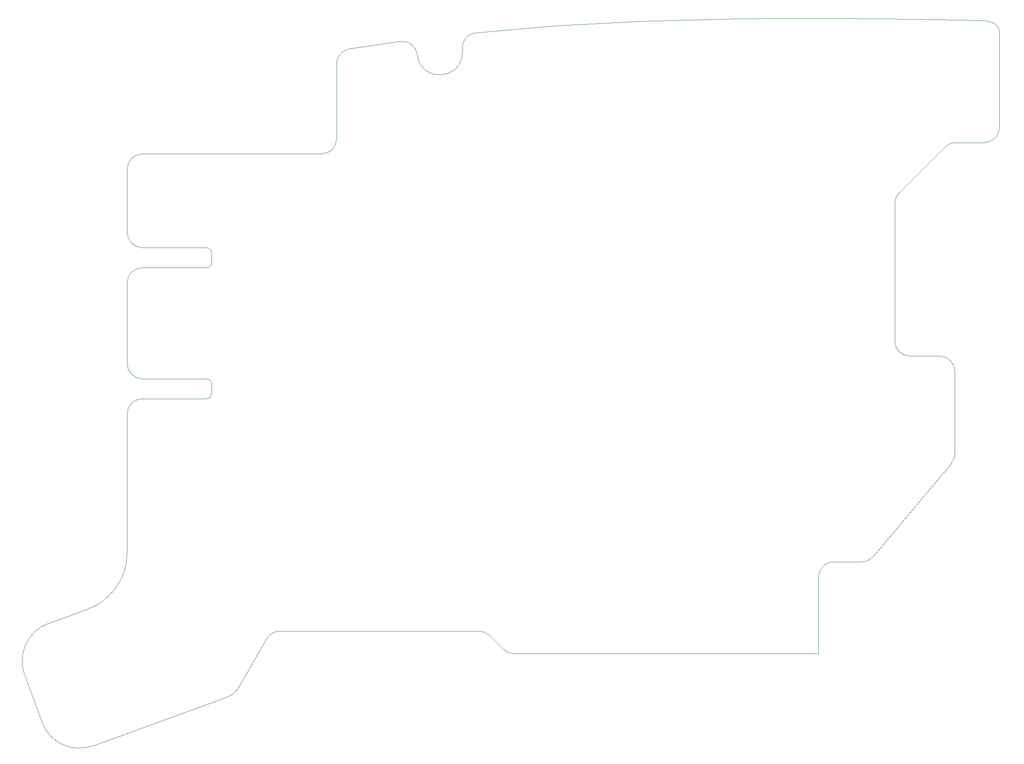
<source format=gm1>
G04 #@! TF.GenerationSoftware,KiCad,Pcbnew,5.1.9-73d0e3b20d~88~ubuntu20.04.1*
G04 #@! TF.CreationDate,2021-01-19T00:06:27+03:00*
G04 #@! TF.ProjectId,jeaex-right,6a656165-782d-4726-9967-68742e6b6963,rev?*
G04 #@! TF.SameCoordinates,Original*
G04 #@! TF.FileFunction,Profile,NP*
%FSLAX46Y46*%
G04 Gerber Fmt 4.6, Leading zero omitted, Abs format (unit mm)*
G04 Created by KiCad (PCBNEW 5.1.9-73d0e3b20d~88~ubuntu20.04.1) date 2021-01-19 00:06:27*
%MOMM*%
%LPD*%
G01*
G04 APERTURE LIST*
G04 #@! TA.AperFunction,Profile*
%ADD10C,0.050000*%
G04 #@! TD*
G04 APERTURE END LIST*
D10*
X186926407Y-78120752D02*
G75*
G02*
X189628486Y-75135581I3000001J0D01*
G01*
X198225724Y-74353082D02*
X189628495Y-75135583D01*
X202987748Y-73982202D02*
X198225724Y-74353082D01*
X207852006Y-73646875D02*
X202987748Y-73982202D01*
X212724137Y-73353082D02*
X207852006Y-73646875D01*
X222395280Y-72886377D02*
X212724137Y-73353082D01*
X232090226Y-72560266D02*
X222395280Y-72886377D01*
X241799333Y-72359521D02*
X232090226Y-72560266D01*
X250904191Y-72271051D02*
X241799333Y-72359521D01*
X260001359Y-72265161D02*
X250904191Y-72271051D01*
X270089372Y-72338006D02*
X260001359Y-72265161D01*
X276798234Y-72423059D02*
X270089372Y-72338006D01*
X290169572Y-72651208D02*
X276798234Y-72423059D01*
X186926408Y-78120752D02*
X186926408Y-79019952D01*
X113351168Y-217274400D02*
G75*
G02*
X103097467Y-212493022I-2736161J7517540D01*
G01*
X103097459Y-212493005D02*
X99695268Y-203145624D01*
X104476640Y-192891931D02*
X112258683Y-190059503D01*
X99695274Y-203145610D02*
G75*
G02*
X104476654Y-192891907I7517541J2736162D01*
G01*
X257900468Y-183625482D02*
X257900468Y-198950494D01*
X257900468Y-183625482D02*
G75*
G02*
X260900468Y-180625482I3000000J0D01*
G01*
X266501542Y-180625482D02*
X260900468Y-180625482D01*
X268799675Y-179553845D02*
G75*
G02*
X266501542Y-180625482I-2298133J1928363D01*
G01*
X284348588Y-161023370D02*
X268799699Y-179553857D01*
X285050432Y-159094995D02*
G75*
G02*
X284348565Y-161023358I-3000001J0D01*
G01*
X285050431Y-142600488D02*
X285050431Y-159094995D01*
X282050431Y-139600488D02*
G75*
G02*
X285050431Y-142600488I0J-3000000D01*
G01*
X276100480Y-139600488D02*
X282050431Y-139600488D01*
X276100480Y-139600488D02*
G75*
G02*
X273100480Y-136600488I0J3000000D01*
G01*
X273100480Y-109143915D02*
X273100480Y-136600488D01*
X273100480Y-109143914D02*
G75*
G02*
X273979160Y-107022594I3000000J-1D01*
G01*
X283103105Y-97898645D02*
X273979142Y-107022607D01*
X283103123Y-97898632D02*
G75*
G02*
X285224443Y-97019952I2121320J-2121320D01*
G01*
X290981767Y-97019952D02*
X285224443Y-97019952D01*
X293981767Y-94019952D02*
G75*
G02*
X290981767Y-97019952I-3000000J0D01*
G01*
X293981767Y-75041925D02*
X293981767Y-94019952D01*
X292756325Y-73198000D02*
G75*
G02*
X293981767Y-75041925I-774558J-1843925D01*
G01*
X290169605Y-72651215D02*
G75*
G02*
X292756355Y-73198018I-133151J-7021844D01*
G01*
X186926407Y-79019952D02*
G75*
G02*
X177954546Y-79522391I-4499999J0D01*
G01*
X174576871Y-76883669D02*
G75*
G02*
X177954586Y-79522395I396473J-2973686D01*
G01*
X164407508Y-78364201D02*
G75*
G02*
X174576844Y-76883677I66635843J-422038898D01*
G01*
X161875444Y-81327477D02*
G75*
G02*
X164407570Y-78364187I3000000J-1D01*
G01*
X161875444Y-96300500D02*
X161875444Y-81327478D01*
X161875444Y-96300500D02*
G75*
G02*
X158875444Y-99300500I-3000000J0D01*
G01*
X123154435Y-99300500D02*
X158875444Y-99300500D01*
X120154435Y-102300500D02*
G75*
G02*
X123154435Y-99300500I3000000J0D01*
G01*
X120154435Y-114985620D02*
X120154435Y-102300500D01*
X123154435Y-117985620D02*
G75*
G02*
X120154435Y-114985620I0J3000000D01*
G01*
X123154435Y-117985620D02*
X135954423Y-117985620D01*
X135954423Y-117985620D02*
G75*
G02*
X136954423Y-118985620I0J-1000000D01*
G01*
X136954423Y-120985620D02*
X136954423Y-118985620D01*
X136954423Y-120985620D02*
G75*
G02*
X135954423Y-121985620I-1000000J0D01*
G01*
X135954423Y-121985620D02*
X123154435Y-121985620D01*
X120154435Y-124985620D02*
G75*
G02*
X123154435Y-121985620I3000000J0D01*
G01*
X120154435Y-141112024D02*
X120154435Y-124985620D01*
X123154435Y-144112024D02*
G75*
G02*
X120154435Y-141112024I0J3000000D01*
G01*
X123154435Y-144112024D02*
X135954423Y-144112024D01*
X135954423Y-144112024D02*
G75*
G02*
X136954423Y-145112024I0J-1000000D01*
G01*
X136954423Y-147112024D02*
X136954423Y-145112024D01*
X136954423Y-147112024D02*
G75*
G02*
X135954423Y-148112024I-1000000J0D01*
G01*
X135954423Y-148112024D02*
X123154435Y-148112024D01*
X120154435Y-151112024D02*
G75*
G02*
X123154435Y-148112024I3000000J0D01*
G01*
X120154435Y-178783197D02*
X120154435Y-151112024D01*
X120154435Y-178783197D02*
G75*
G02*
X112258677Y-190059508I-12000000J0D01*
G01*
X140515885Y-207387231D02*
X113351152Y-217274377D01*
X142087899Y-206068170D02*
G75*
G02*
X140515884Y-207387248I-2598076J1500000D01*
G01*
X147929338Y-195950494D02*
X142087907Y-206068170D01*
X147929345Y-195950494D02*
G75*
G02*
X150527421Y-194450494I2598076J-1500000D01*
G01*
X190288957Y-194450494D02*
X150527421Y-194450494D01*
X190288957Y-194450493D02*
G75*
G02*
X192410278Y-195329173I0J-3000001D01*
G01*
X195152970Y-198071802D02*
X192410295Y-195329187D01*
X197274247Y-198950494D02*
G75*
G02*
X195152927Y-198071814I0J3000000D01*
G01*
X197274247Y-198950494D02*
X257900468Y-198950494D01*
M02*

</source>
